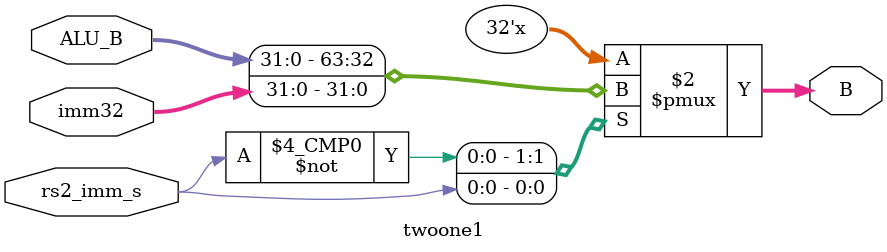
<source format=v>
`timescale 1ns / 1ps


module twoone1(rs2_imm_s,ALU_B,imm32,B);
   input rs2_imm_s;
   input [31:0]ALU_B;
   input [31:0]imm32;
   output reg [31:0]B;
   always@(*)
   begin
       case(rs2_imm_s)
              0:begin B=ALU_B; end
              1:begin B=imm32; end
       endcase
   end
endmodule

</source>
